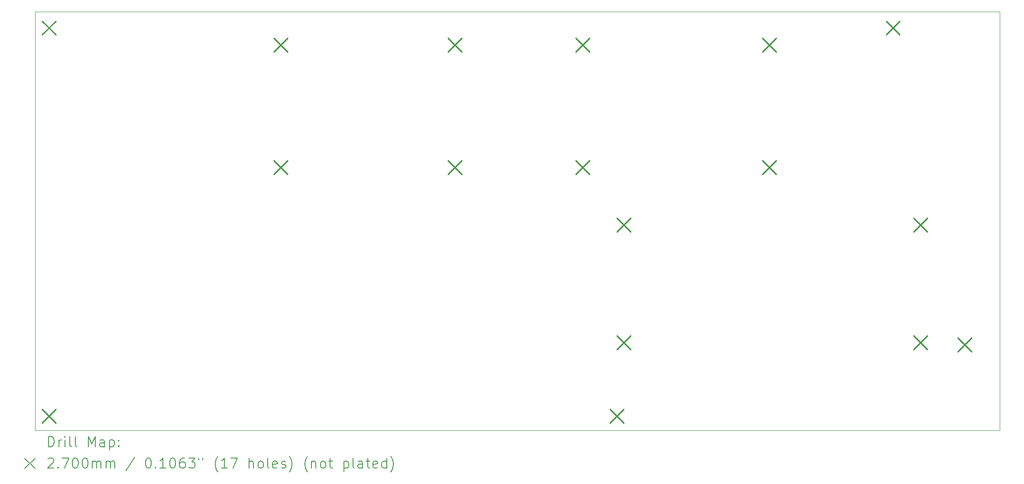
<source format=gbr>
%TF.GenerationSoftware,KiCad,Pcbnew,8.0.9-8.0.9-0~ubuntu22.04.1*%
%TF.CreationDate,2025-06-19T12:15:12-04:00*%
%TF.ProjectId,digital_waters,64696769-7461-46c5-9f77-61746572732e,rev?*%
%TF.SameCoordinates,Original*%
%TF.FileFunction,Drillmap*%
%TF.FilePolarity,Positive*%
%FSLAX45Y45*%
G04 Gerber Fmt 4.5, Leading zero omitted, Abs format (unit mm)*
G04 Created by KiCad (PCBNEW 8.0.9-8.0.9-0~ubuntu22.04.1) date 2025-06-19 12:15:12*
%MOMM*%
%LPD*%
G01*
G04 APERTURE LIST*
%ADD10C,0.050000*%
%ADD11C,0.200000*%
%ADD12C,0.270000*%
G04 APERTURE END LIST*
D10*
X5234733Y-4281882D02*
X24084732Y-4281882D01*
X24084732Y-12481882D01*
X5234733Y-12481882D01*
X5234733Y-4281882D01*
D11*
D12*
X5365000Y-4465000D02*
X5635000Y-4735000D01*
X5635000Y-4465000D02*
X5365000Y-4735000D01*
X5365000Y-12065000D02*
X5635000Y-12335000D01*
X5635000Y-12065000D02*
X5365000Y-12335000D01*
X9899733Y-4796882D02*
X10169733Y-5066882D01*
X10169733Y-4796882D02*
X9899733Y-5066882D01*
X9899733Y-7196882D02*
X10169733Y-7466882D01*
X10169733Y-7196882D02*
X9899733Y-7466882D01*
X13299732Y-4796882D02*
X13569732Y-5066882D01*
X13569732Y-4796882D02*
X13299732Y-5066882D01*
X13299732Y-7196882D02*
X13569732Y-7466882D01*
X13569732Y-7196882D02*
X13299732Y-7466882D01*
X15799732Y-4796882D02*
X16069732Y-5066882D01*
X16069732Y-4796882D02*
X15799732Y-5066882D01*
X15799732Y-7196882D02*
X16069732Y-7466882D01*
X16069732Y-7196882D02*
X15799732Y-7466882D01*
X16465000Y-12065000D02*
X16735000Y-12335000D01*
X16735000Y-12065000D02*
X16465000Y-12335000D01*
X16601139Y-8320540D02*
X16871139Y-8590540D01*
X16871139Y-8320540D02*
X16601139Y-8590540D01*
X16601139Y-10620540D02*
X16871139Y-10890540D01*
X16871139Y-10620540D02*
X16601139Y-10890540D01*
X19449733Y-4796882D02*
X19719733Y-5066882D01*
X19719733Y-4796882D02*
X19449733Y-5066882D01*
X19449733Y-7196882D02*
X19719733Y-7466882D01*
X19719733Y-7196882D02*
X19449733Y-7466882D01*
X21865000Y-4465000D02*
X22135000Y-4735000D01*
X22135000Y-4465000D02*
X21865000Y-4735000D01*
X22401139Y-8320540D02*
X22671139Y-8590540D01*
X22671139Y-8320540D02*
X22401139Y-8590540D01*
X22401139Y-10620540D02*
X22671139Y-10890540D01*
X22671139Y-10620540D02*
X22401139Y-10890540D01*
X23265000Y-10665000D02*
X23535000Y-10935000D01*
X23535000Y-10665000D02*
X23265000Y-10935000D01*
D11*
X5493009Y-12795865D02*
X5493009Y-12595865D01*
X5493009Y-12595865D02*
X5540628Y-12595865D01*
X5540628Y-12595865D02*
X5569200Y-12605389D01*
X5569200Y-12605389D02*
X5588247Y-12624437D01*
X5588247Y-12624437D02*
X5597771Y-12643484D01*
X5597771Y-12643484D02*
X5607295Y-12681580D01*
X5607295Y-12681580D02*
X5607295Y-12710151D01*
X5607295Y-12710151D02*
X5597771Y-12748246D01*
X5597771Y-12748246D02*
X5588247Y-12767294D01*
X5588247Y-12767294D02*
X5569200Y-12786342D01*
X5569200Y-12786342D02*
X5540628Y-12795865D01*
X5540628Y-12795865D02*
X5493009Y-12795865D01*
X5693009Y-12795865D02*
X5693009Y-12662532D01*
X5693009Y-12700627D02*
X5702533Y-12681580D01*
X5702533Y-12681580D02*
X5712057Y-12672056D01*
X5712057Y-12672056D02*
X5731104Y-12662532D01*
X5731104Y-12662532D02*
X5750152Y-12662532D01*
X5816819Y-12795865D02*
X5816819Y-12662532D01*
X5816819Y-12595865D02*
X5807295Y-12605389D01*
X5807295Y-12605389D02*
X5816819Y-12614913D01*
X5816819Y-12614913D02*
X5826343Y-12605389D01*
X5826343Y-12605389D02*
X5816819Y-12595865D01*
X5816819Y-12595865D02*
X5816819Y-12614913D01*
X5940628Y-12795865D02*
X5921581Y-12786342D01*
X5921581Y-12786342D02*
X5912057Y-12767294D01*
X5912057Y-12767294D02*
X5912057Y-12595865D01*
X6045390Y-12795865D02*
X6026343Y-12786342D01*
X6026343Y-12786342D02*
X6016819Y-12767294D01*
X6016819Y-12767294D02*
X6016819Y-12595865D01*
X6273962Y-12795865D02*
X6273962Y-12595865D01*
X6273962Y-12595865D02*
X6340628Y-12738722D01*
X6340628Y-12738722D02*
X6407295Y-12595865D01*
X6407295Y-12595865D02*
X6407295Y-12795865D01*
X6588247Y-12795865D02*
X6588247Y-12691103D01*
X6588247Y-12691103D02*
X6578724Y-12672056D01*
X6578724Y-12672056D02*
X6559676Y-12662532D01*
X6559676Y-12662532D02*
X6521581Y-12662532D01*
X6521581Y-12662532D02*
X6502533Y-12672056D01*
X6588247Y-12786342D02*
X6569200Y-12795865D01*
X6569200Y-12795865D02*
X6521581Y-12795865D01*
X6521581Y-12795865D02*
X6502533Y-12786342D01*
X6502533Y-12786342D02*
X6493009Y-12767294D01*
X6493009Y-12767294D02*
X6493009Y-12748246D01*
X6493009Y-12748246D02*
X6502533Y-12729199D01*
X6502533Y-12729199D02*
X6521581Y-12719675D01*
X6521581Y-12719675D02*
X6569200Y-12719675D01*
X6569200Y-12719675D02*
X6588247Y-12710151D01*
X6683485Y-12662532D02*
X6683485Y-12862532D01*
X6683485Y-12672056D02*
X6702533Y-12662532D01*
X6702533Y-12662532D02*
X6740628Y-12662532D01*
X6740628Y-12662532D02*
X6759676Y-12672056D01*
X6759676Y-12672056D02*
X6769200Y-12681580D01*
X6769200Y-12681580D02*
X6778724Y-12700627D01*
X6778724Y-12700627D02*
X6778724Y-12757770D01*
X6778724Y-12757770D02*
X6769200Y-12776818D01*
X6769200Y-12776818D02*
X6759676Y-12786342D01*
X6759676Y-12786342D02*
X6740628Y-12795865D01*
X6740628Y-12795865D02*
X6702533Y-12795865D01*
X6702533Y-12795865D02*
X6683485Y-12786342D01*
X6864438Y-12776818D02*
X6873962Y-12786342D01*
X6873962Y-12786342D02*
X6864438Y-12795865D01*
X6864438Y-12795865D02*
X6854914Y-12786342D01*
X6854914Y-12786342D02*
X6864438Y-12776818D01*
X6864438Y-12776818D02*
X6864438Y-12795865D01*
X6864438Y-12672056D02*
X6873962Y-12681580D01*
X6873962Y-12681580D02*
X6864438Y-12691103D01*
X6864438Y-12691103D02*
X6854914Y-12681580D01*
X6854914Y-12681580D02*
X6864438Y-12672056D01*
X6864438Y-12672056D02*
X6864438Y-12691103D01*
X5032233Y-13024382D02*
X5232233Y-13224382D01*
X5232233Y-13024382D02*
X5032233Y-13224382D01*
X5483486Y-13034913D02*
X5493009Y-13025389D01*
X5493009Y-13025389D02*
X5512057Y-13015865D01*
X5512057Y-13015865D02*
X5559676Y-13015865D01*
X5559676Y-13015865D02*
X5578724Y-13025389D01*
X5578724Y-13025389D02*
X5588247Y-13034913D01*
X5588247Y-13034913D02*
X5597771Y-13053961D01*
X5597771Y-13053961D02*
X5597771Y-13073008D01*
X5597771Y-13073008D02*
X5588247Y-13101580D01*
X5588247Y-13101580D02*
X5473962Y-13215865D01*
X5473962Y-13215865D02*
X5597771Y-13215865D01*
X5683485Y-13196818D02*
X5693009Y-13206342D01*
X5693009Y-13206342D02*
X5683485Y-13215865D01*
X5683485Y-13215865D02*
X5673962Y-13206342D01*
X5673962Y-13206342D02*
X5683485Y-13196818D01*
X5683485Y-13196818D02*
X5683485Y-13215865D01*
X5759676Y-13015865D02*
X5893009Y-13015865D01*
X5893009Y-13015865D02*
X5807295Y-13215865D01*
X6007295Y-13015865D02*
X6026343Y-13015865D01*
X6026343Y-13015865D02*
X6045390Y-13025389D01*
X6045390Y-13025389D02*
X6054914Y-13034913D01*
X6054914Y-13034913D02*
X6064438Y-13053961D01*
X6064438Y-13053961D02*
X6073962Y-13092056D01*
X6073962Y-13092056D02*
X6073962Y-13139675D01*
X6073962Y-13139675D02*
X6064438Y-13177770D01*
X6064438Y-13177770D02*
X6054914Y-13196818D01*
X6054914Y-13196818D02*
X6045390Y-13206342D01*
X6045390Y-13206342D02*
X6026343Y-13215865D01*
X6026343Y-13215865D02*
X6007295Y-13215865D01*
X6007295Y-13215865D02*
X5988247Y-13206342D01*
X5988247Y-13206342D02*
X5978724Y-13196818D01*
X5978724Y-13196818D02*
X5969200Y-13177770D01*
X5969200Y-13177770D02*
X5959676Y-13139675D01*
X5959676Y-13139675D02*
X5959676Y-13092056D01*
X5959676Y-13092056D02*
X5969200Y-13053961D01*
X5969200Y-13053961D02*
X5978724Y-13034913D01*
X5978724Y-13034913D02*
X5988247Y-13025389D01*
X5988247Y-13025389D02*
X6007295Y-13015865D01*
X6197771Y-13015865D02*
X6216819Y-13015865D01*
X6216819Y-13015865D02*
X6235866Y-13025389D01*
X6235866Y-13025389D02*
X6245390Y-13034913D01*
X6245390Y-13034913D02*
X6254914Y-13053961D01*
X6254914Y-13053961D02*
X6264438Y-13092056D01*
X6264438Y-13092056D02*
X6264438Y-13139675D01*
X6264438Y-13139675D02*
X6254914Y-13177770D01*
X6254914Y-13177770D02*
X6245390Y-13196818D01*
X6245390Y-13196818D02*
X6235866Y-13206342D01*
X6235866Y-13206342D02*
X6216819Y-13215865D01*
X6216819Y-13215865D02*
X6197771Y-13215865D01*
X6197771Y-13215865D02*
X6178724Y-13206342D01*
X6178724Y-13206342D02*
X6169200Y-13196818D01*
X6169200Y-13196818D02*
X6159676Y-13177770D01*
X6159676Y-13177770D02*
X6150152Y-13139675D01*
X6150152Y-13139675D02*
X6150152Y-13092056D01*
X6150152Y-13092056D02*
X6159676Y-13053961D01*
X6159676Y-13053961D02*
X6169200Y-13034913D01*
X6169200Y-13034913D02*
X6178724Y-13025389D01*
X6178724Y-13025389D02*
X6197771Y-13015865D01*
X6350152Y-13215865D02*
X6350152Y-13082532D01*
X6350152Y-13101580D02*
X6359676Y-13092056D01*
X6359676Y-13092056D02*
X6378724Y-13082532D01*
X6378724Y-13082532D02*
X6407295Y-13082532D01*
X6407295Y-13082532D02*
X6426343Y-13092056D01*
X6426343Y-13092056D02*
X6435866Y-13111103D01*
X6435866Y-13111103D02*
X6435866Y-13215865D01*
X6435866Y-13111103D02*
X6445390Y-13092056D01*
X6445390Y-13092056D02*
X6464438Y-13082532D01*
X6464438Y-13082532D02*
X6493009Y-13082532D01*
X6493009Y-13082532D02*
X6512057Y-13092056D01*
X6512057Y-13092056D02*
X6521581Y-13111103D01*
X6521581Y-13111103D02*
X6521581Y-13215865D01*
X6616819Y-13215865D02*
X6616819Y-13082532D01*
X6616819Y-13101580D02*
X6626343Y-13092056D01*
X6626343Y-13092056D02*
X6645390Y-13082532D01*
X6645390Y-13082532D02*
X6673962Y-13082532D01*
X6673962Y-13082532D02*
X6693009Y-13092056D01*
X6693009Y-13092056D02*
X6702533Y-13111103D01*
X6702533Y-13111103D02*
X6702533Y-13215865D01*
X6702533Y-13111103D02*
X6712057Y-13092056D01*
X6712057Y-13092056D02*
X6731105Y-13082532D01*
X6731105Y-13082532D02*
X6759676Y-13082532D01*
X6759676Y-13082532D02*
X6778724Y-13092056D01*
X6778724Y-13092056D02*
X6788247Y-13111103D01*
X6788247Y-13111103D02*
X6788247Y-13215865D01*
X7178724Y-13006342D02*
X7007295Y-13263484D01*
X7435867Y-13015865D02*
X7454914Y-13015865D01*
X7454914Y-13015865D02*
X7473962Y-13025389D01*
X7473962Y-13025389D02*
X7483486Y-13034913D01*
X7483486Y-13034913D02*
X7493009Y-13053961D01*
X7493009Y-13053961D02*
X7502533Y-13092056D01*
X7502533Y-13092056D02*
X7502533Y-13139675D01*
X7502533Y-13139675D02*
X7493009Y-13177770D01*
X7493009Y-13177770D02*
X7483486Y-13196818D01*
X7483486Y-13196818D02*
X7473962Y-13206342D01*
X7473962Y-13206342D02*
X7454914Y-13215865D01*
X7454914Y-13215865D02*
X7435867Y-13215865D01*
X7435867Y-13215865D02*
X7416819Y-13206342D01*
X7416819Y-13206342D02*
X7407295Y-13196818D01*
X7407295Y-13196818D02*
X7397771Y-13177770D01*
X7397771Y-13177770D02*
X7388248Y-13139675D01*
X7388248Y-13139675D02*
X7388248Y-13092056D01*
X7388248Y-13092056D02*
X7397771Y-13053961D01*
X7397771Y-13053961D02*
X7407295Y-13034913D01*
X7407295Y-13034913D02*
X7416819Y-13025389D01*
X7416819Y-13025389D02*
X7435867Y-13015865D01*
X7588248Y-13196818D02*
X7597771Y-13206342D01*
X7597771Y-13206342D02*
X7588248Y-13215865D01*
X7588248Y-13215865D02*
X7578724Y-13206342D01*
X7578724Y-13206342D02*
X7588248Y-13196818D01*
X7588248Y-13196818D02*
X7588248Y-13215865D01*
X7788248Y-13215865D02*
X7673962Y-13215865D01*
X7731105Y-13215865D02*
X7731105Y-13015865D01*
X7731105Y-13015865D02*
X7712057Y-13044437D01*
X7712057Y-13044437D02*
X7693009Y-13063484D01*
X7693009Y-13063484D02*
X7673962Y-13073008D01*
X7912057Y-13015865D02*
X7931105Y-13015865D01*
X7931105Y-13015865D02*
X7950152Y-13025389D01*
X7950152Y-13025389D02*
X7959676Y-13034913D01*
X7959676Y-13034913D02*
X7969200Y-13053961D01*
X7969200Y-13053961D02*
X7978724Y-13092056D01*
X7978724Y-13092056D02*
X7978724Y-13139675D01*
X7978724Y-13139675D02*
X7969200Y-13177770D01*
X7969200Y-13177770D02*
X7959676Y-13196818D01*
X7959676Y-13196818D02*
X7950152Y-13206342D01*
X7950152Y-13206342D02*
X7931105Y-13215865D01*
X7931105Y-13215865D02*
X7912057Y-13215865D01*
X7912057Y-13215865D02*
X7893009Y-13206342D01*
X7893009Y-13206342D02*
X7883486Y-13196818D01*
X7883486Y-13196818D02*
X7873962Y-13177770D01*
X7873962Y-13177770D02*
X7864438Y-13139675D01*
X7864438Y-13139675D02*
X7864438Y-13092056D01*
X7864438Y-13092056D02*
X7873962Y-13053961D01*
X7873962Y-13053961D02*
X7883486Y-13034913D01*
X7883486Y-13034913D02*
X7893009Y-13025389D01*
X7893009Y-13025389D02*
X7912057Y-13015865D01*
X8150152Y-13015865D02*
X8112057Y-13015865D01*
X8112057Y-13015865D02*
X8093009Y-13025389D01*
X8093009Y-13025389D02*
X8083486Y-13034913D01*
X8083486Y-13034913D02*
X8064438Y-13063484D01*
X8064438Y-13063484D02*
X8054914Y-13101580D01*
X8054914Y-13101580D02*
X8054914Y-13177770D01*
X8054914Y-13177770D02*
X8064438Y-13196818D01*
X8064438Y-13196818D02*
X8073962Y-13206342D01*
X8073962Y-13206342D02*
X8093009Y-13215865D01*
X8093009Y-13215865D02*
X8131105Y-13215865D01*
X8131105Y-13215865D02*
X8150152Y-13206342D01*
X8150152Y-13206342D02*
X8159676Y-13196818D01*
X8159676Y-13196818D02*
X8169200Y-13177770D01*
X8169200Y-13177770D02*
X8169200Y-13130151D01*
X8169200Y-13130151D02*
X8159676Y-13111103D01*
X8159676Y-13111103D02*
X8150152Y-13101580D01*
X8150152Y-13101580D02*
X8131105Y-13092056D01*
X8131105Y-13092056D02*
X8093009Y-13092056D01*
X8093009Y-13092056D02*
X8073962Y-13101580D01*
X8073962Y-13101580D02*
X8064438Y-13111103D01*
X8064438Y-13111103D02*
X8054914Y-13130151D01*
X8235867Y-13015865D02*
X8359676Y-13015865D01*
X8359676Y-13015865D02*
X8293009Y-13092056D01*
X8293009Y-13092056D02*
X8321581Y-13092056D01*
X8321581Y-13092056D02*
X8340629Y-13101580D01*
X8340629Y-13101580D02*
X8350152Y-13111103D01*
X8350152Y-13111103D02*
X8359676Y-13130151D01*
X8359676Y-13130151D02*
X8359676Y-13177770D01*
X8359676Y-13177770D02*
X8350152Y-13196818D01*
X8350152Y-13196818D02*
X8340629Y-13206342D01*
X8340629Y-13206342D02*
X8321581Y-13215865D01*
X8321581Y-13215865D02*
X8264438Y-13215865D01*
X8264438Y-13215865D02*
X8245390Y-13206342D01*
X8245390Y-13206342D02*
X8235867Y-13196818D01*
X8435867Y-13015865D02*
X8435867Y-13053961D01*
X8512057Y-13015865D02*
X8512057Y-13053961D01*
X8807295Y-13292056D02*
X8797772Y-13282532D01*
X8797772Y-13282532D02*
X8778724Y-13253961D01*
X8778724Y-13253961D02*
X8769200Y-13234913D01*
X8769200Y-13234913D02*
X8759676Y-13206342D01*
X8759676Y-13206342D02*
X8750153Y-13158722D01*
X8750153Y-13158722D02*
X8750153Y-13120627D01*
X8750153Y-13120627D02*
X8759676Y-13073008D01*
X8759676Y-13073008D02*
X8769200Y-13044437D01*
X8769200Y-13044437D02*
X8778724Y-13025389D01*
X8778724Y-13025389D02*
X8797772Y-12996818D01*
X8797772Y-12996818D02*
X8807295Y-12987294D01*
X8988248Y-13215865D02*
X8873962Y-13215865D01*
X8931105Y-13215865D02*
X8931105Y-13015865D01*
X8931105Y-13015865D02*
X8912057Y-13044437D01*
X8912057Y-13044437D02*
X8893010Y-13063484D01*
X8893010Y-13063484D02*
X8873962Y-13073008D01*
X9054914Y-13015865D02*
X9188248Y-13015865D01*
X9188248Y-13015865D02*
X9102533Y-13215865D01*
X9416819Y-13215865D02*
X9416819Y-13015865D01*
X9502534Y-13215865D02*
X9502534Y-13111103D01*
X9502534Y-13111103D02*
X9493010Y-13092056D01*
X9493010Y-13092056D02*
X9473962Y-13082532D01*
X9473962Y-13082532D02*
X9445391Y-13082532D01*
X9445391Y-13082532D02*
X9426343Y-13092056D01*
X9426343Y-13092056D02*
X9416819Y-13101580D01*
X9626343Y-13215865D02*
X9607295Y-13206342D01*
X9607295Y-13206342D02*
X9597772Y-13196818D01*
X9597772Y-13196818D02*
X9588248Y-13177770D01*
X9588248Y-13177770D02*
X9588248Y-13120627D01*
X9588248Y-13120627D02*
X9597772Y-13101580D01*
X9597772Y-13101580D02*
X9607295Y-13092056D01*
X9607295Y-13092056D02*
X9626343Y-13082532D01*
X9626343Y-13082532D02*
X9654915Y-13082532D01*
X9654915Y-13082532D02*
X9673962Y-13092056D01*
X9673962Y-13092056D02*
X9683486Y-13101580D01*
X9683486Y-13101580D02*
X9693010Y-13120627D01*
X9693010Y-13120627D02*
X9693010Y-13177770D01*
X9693010Y-13177770D02*
X9683486Y-13196818D01*
X9683486Y-13196818D02*
X9673962Y-13206342D01*
X9673962Y-13206342D02*
X9654915Y-13215865D01*
X9654915Y-13215865D02*
X9626343Y-13215865D01*
X9807295Y-13215865D02*
X9788248Y-13206342D01*
X9788248Y-13206342D02*
X9778724Y-13187294D01*
X9778724Y-13187294D02*
X9778724Y-13015865D01*
X9959676Y-13206342D02*
X9940629Y-13215865D01*
X9940629Y-13215865D02*
X9902534Y-13215865D01*
X9902534Y-13215865D02*
X9883486Y-13206342D01*
X9883486Y-13206342D02*
X9873962Y-13187294D01*
X9873962Y-13187294D02*
X9873962Y-13111103D01*
X9873962Y-13111103D02*
X9883486Y-13092056D01*
X9883486Y-13092056D02*
X9902534Y-13082532D01*
X9902534Y-13082532D02*
X9940629Y-13082532D01*
X9940629Y-13082532D02*
X9959676Y-13092056D01*
X9959676Y-13092056D02*
X9969200Y-13111103D01*
X9969200Y-13111103D02*
X9969200Y-13130151D01*
X9969200Y-13130151D02*
X9873962Y-13149199D01*
X10045391Y-13206342D02*
X10064438Y-13215865D01*
X10064438Y-13215865D02*
X10102534Y-13215865D01*
X10102534Y-13215865D02*
X10121581Y-13206342D01*
X10121581Y-13206342D02*
X10131105Y-13187294D01*
X10131105Y-13187294D02*
X10131105Y-13177770D01*
X10131105Y-13177770D02*
X10121581Y-13158722D01*
X10121581Y-13158722D02*
X10102534Y-13149199D01*
X10102534Y-13149199D02*
X10073962Y-13149199D01*
X10073962Y-13149199D02*
X10054915Y-13139675D01*
X10054915Y-13139675D02*
X10045391Y-13120627D01*
X10045391Y-13120627D02*
X10045391Y-13111103D01*
X10045391Y-13111103D02*
X10054915Y-13092056D01*
X10054915Y-13092056D02*
X10073962Y-13082532D01*
X10073962Y-13082532D02*
X10102534Y-13082532D01*
X10102534Y-13082532D02*
X10121581Y-13092056D01*
X10197772Y-13292056D02*
X10207296Y-13282532D01*
X10207296Y-13282532D02*
X10226343Y-13253961D01*
X10226343Y-13253961D02*
X10235867Y-13234913D01*
X10235867Y-13234913D02*
X10245391Y-13206342D01*
X10245391Y-13206342D02*
X10254915Y-13158722D01*
X10254915Y-13158722D02*
X10254915Y-13120627D01*
X10254915Y-13120627D02*
X10245391Y-13073008D01*
X10245391Y-13073008D02*
X10235867Y-13044437D01*
X10235867Y-13044437D02*
X10226343Y-13025389D01*
X10226343Y-13025389D02*
X10207296Y-12996818D01*
X10207296Y-12996818D02*
X10197772Y-12987294D01*
X10559677Y-13292056D02*
X10550153Y-13282532D01*
X10550153Y-13282532D02*
X10531105Y-13253961D01*
X10531105Y-13253961D02*
X10521581Y-13234913D01*
X10521581Y-13234913D02*
X10512057Y-13206342D01*
X10512057Y-13206342D02*
X10502534Y-13158722D01*
X10502534Y-13158722D02*
X10502534Y-13120627D01*
X10502534Y-13120627D02*
X10512057Y-13073008D01*
X10512057Y-13073008D02*
X10521581Y-13044437D01*
X10521581Y-13044437D02*
X10531105Y-13025389D01*
X10531105Y-13025389D02*
X10550153Y-12996818D01*
X10550153Y-12996818D02*
X10559677Y-12987294D01*
X10635867Y-13082532D02*
X10635867Y-13215865D01*
X10635867Y-13101580D02*
X10645391Y-13092056D01*
X10645391Y-13092056D02*
X10664438Y-13082532D01*
X10664438Y-13082532D02*
X10693010Y-13082532D01*
X10693010Y-13082532D02*
X10712057Y-13092056D01*
X10712057Y-13092056D02*
X10721581Y-13111103D01*
X10721581Y-13111103D02*
X10721581Y-13215865D01*
X10845391Y-13215865D02*
X10826343Y-13206342D01*
X10826343Y-13206342D02*
X10816819Y-13196818D01*
X10816819Y-13196818D02*
X10807296Y-13177770D01*
X10807296Y-13177770D02*
X10807296Y-13120627D01*
X10807296Y-13120627D02*
X10816819Y-13101580D01*
X10816819Y-13101580D02*
X10826343Y-13092056D01*
X10826343Y-13092056D02*
X10845391Y-13082532D01*
X10845391Y-13082532D02*
X10873962Y-13082532D01*
X10873962Y-13082532D02*
X10893010Y-13092056D01*
X10893010Y-13092056D02*
X10902534Y-13101580D01*
X10902534Y-13101580D02*
X10912057Y-13120627D01*
X10912057Y-13120627D02*
X10912057Y-13177770D01*
X10912057Y-13177770D02*
X10902534Y-13196818D01*
X10902534Y-13196818D02*
X10893010Y-13206342D01*
X10893010Y-13206342D02*
X10873962Y-13215865D01*
X10873962Y-13215865D02*
X10845391Y-13215865D01*
X10969200Y-13082532D02*
X11045391Y-13082532D01*
X10997772Y-13015865D02*
X10997772Y-13187294D01*
X10997772Y-13187294D02*
X11007296Y-13206342D01*
X11007296Y-13206342D02*
X11026343Y-13215865D01*
X11026343Y-13215865D02*
X11045391Y-13215865D01*
X11264438Y-13082532D02*
X11264438Y-13282532D01*
X11264438Y-13092056D02*
X11283486Y-13082532D01*
X11283486Y-13082532D02*
X11321581Y-13082532D01*
X11321581Y-13082532D02*
X11340629Y-13092056D01*
X11340629Y-13092056D02*
X11350153Y-13101580D01*
X11350153Y-13101580D02*
X11359676Y-13120627D01*
X11359676Y-13120627D02*
X11359676Y-13177770D01*
X11359676Y-13177770D02*
X11350153Y-13196818D01*
X11350153Y-13196818D02*
X11340629Y-13206342D01*
X11340629Y-13206342D02*
X11321581Y-13215865D01*
X11321581Y-13215865D02*
X11283486Y-13215865D01*
X11283486Y-13215865D02*
X11264438Y-13206342D01*
X11473962Y-13215865D02*
X11454915Y-13206342D01*
X11454915Y-13206342D02*
X11445391Y-13187294D01*
X11445391Y-13187294D02*
X11445391Y-13015865D01*
X11635867Y-13215865D02*
X11635867Y-13111103D01*
X11635867Y-13111103D02*
X11626343Y-13092056D01*
X11626343Y-13092056D02*
X11607296Y-13082532D01*
X11607296Y-13082532D02*
X11569200Y-13082532D01*
X11569200Y-13082532D02*
X11550153Y-13092056D01*
X11635867Y-13206342D02*
X11616819Y-13215865D01*
X11616819Y-13215865D02*
X11569200Y-13215865D01*
X11569200Y-13215865D02*
X11550153Y-13206342D01*
X11550153Y-13206342D02*
X11540629Y-13187294D01*
X11540629Y-13187294D02*
X11540629Y-13168246D01*
X11540629Y-13168246D02*
X11550153Y-13149199D01*
X11550153Y-13149199D02*
X11569200Y-13139675D01*
X11569200Y-13139675D02*
X11616819Y-13139675D01*
X11616819Y-13139675D02*
X11635867Y-13130151D01*
X11702534Y-13082532D02*
X11778724Y-13082532D01*
X11731105Y-13015865D02*
X11731105Y-13187294D01*
X11731105Y-13187294D02*
X11740629Y-13206342D01*
X11740629Y-13206342D02*
X11759676Y-13215865D01*
X11759676Y-13215865D02*
X11778724Y-13215865D01*
X11921581Y-13206342D02*
X11902534Y-13215865D01*
X11902534Y-13215865D02*
X11864438Y-13215865D01*
X11864438Y-13215865D02*
X11845391Y-13206342D01*
X11845391Y-13206342D02*
X11835867Y-13187294D01*
X11835867Y-13187294D02*
X11835867Y-13111103D01*
X11835867Y-13111103D02*
X11845391Y-13092056D01*
X11845391Y-13092056D02*
X11864438Y-13082532D01*
X11864438Y-13082532D02*
X11902534Y-13082532D01*
X11902534Y-13082532D02*
X11921581Y-13092056D01*
X11921581Y-13092056D02*
X11931105Y-13111103D01*
X11931105Y-13111103D02*
X11931105Y-13130151D01*
X11931105Y-13130151D02*
X11835867Y-13149199D01*
X12102534Y-13215865D02*
X12102534Y-13015865D01*
X12102534Y-13206342D02*
X12083486Y-13215865D01*
X12083486Y-13215865D02*
X12045391Y-13215865D01*
X12045391Y-13215865D02*
X12026343Y-13206342D01*
X12026343Y-13206342D02*
X12016819Y-13196818D01*
X12016819Y-13196818D02*
X12007296Y-13177770D01*
X12007296Y-13177770D02*
X12007296Y-13120627D01*
X12007296Y-13120627D02*
X12016819Y-13101580D01*
X12016819Y-13101580D02*
X12026343Y-13092056D01*
X12026343Y-13092056D02*
X12045391Y-13082532D01*
X12045391Y-13082532D02*
X12083486Y-13082532D01*
X12083486Y-13082532D02*
X12102534Y-13092056D01*
X12178724Y-13292056D02*
X12188248Y-13282532D01*
X12188248Y-13282532D02*
X12207296Y-13253961D01*
X12207296Y-13253961D02*
X12216819Y-13234913D01*
X12216819Y-13234913D02*
X12226343Y-13206342D01*
X12226343Y-13206342D02*
X12235867Y-13158722D01*
X12235867Y-13158722D02*
X12235867Y-13120627D01*
X12235867Y-13120627D02*
X12226343Y-13073008D01*
X12226343Y-13073008D02*
X12216819Y-13044437D01*
X12216819Y-13044437D02*
X12207296Y-13025389D01*
X12207296Y-13025389D02*
X12188248Y-12996818D01*
X12188248Y-12996818D02*
X12178724Y-12987294D01*
M02*

</source>
